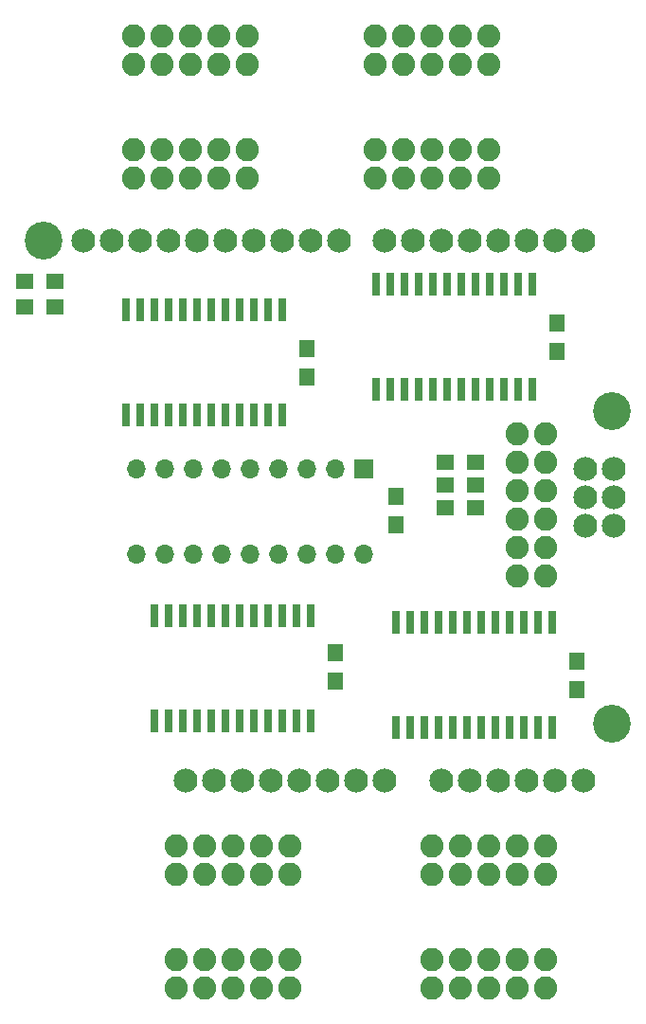
<source format=gts>
G04 #@! TF.FileFunction,Soldermask,Top*
%FSLAX46Y46*%
G04 Gerber Fmt 4.6, Leading zero omitted, Abs format (unit mm)*
G04 Created by KiCad (PCBNEW 4.0.7) date 04/09/18 16:23:24*
%MOMM*%
%LPD*%
G01*
G04 APERTURE LIST*
%ADD10C,0.100000*%
%ADD11R,1.601600X1.401600*%
%ADD12R,1.351600X1.601600*%
%ADD13C,2.082800*%
%ADD14R,0.701600X2.101600*%
%ADD15R,1.701600X1.701600*%
%ADD16O,1.701600X1.701600*%
%ADD17C,2.133600*%
%ADD18C,3.378200*%
G04 APERTURE END LIST*
D10*
D11*
X143590000Y-121539000D03*
X140890000Y-121539000D03*
D12*
X150876000Y-105049000D03*
X150876000Y-107549000D03*
X128524000Y-107335000D03*
X128524000Y-109835000D03*
X131064000Y-134513000D03*
X131064000Y-137013000D03*
X152654000Y-135275000D03*
X152654000Y-137775000D03*
X136525000Y-123043000D03*
X136525000Y-120543000D03*
D13*
X113030000Y-92075000D03*
X113030000Y-89535000D03*
X115570000Y-92075000D03*
X115570000Y-89535000D03*
X118110000Y-92075000D03*
X118110000Y-89535000D03*
X120650000Y-92075000D03*
X120650000Y-89535000D03*
X123190000Y-92075000D03*
X123190000Y-89535000D03*
X113030000Y-81915000D03*
X113030000Y-79375000D03*
X115570000Y-81915000D03*
X115570000Y-79375000D03*
X118110000Y-81915000D03*
X118110000Y-79375000D03*
X120650000Y-81915000D03*
X120650000Y-79375000D03*
X123190000Y-81915000D03*
X123190000Y-79375000D03*
X134620000Y-81915000D03*
X134620000Y-79375000D03*
X137160000Y-81915000D03*
X137160000Y-79375000D03*
X139700000Y-81915000D03*
X139700000Y-79375000D03*
X142240000Y-81915000D03*
X142240000Y-79375000D03*
X144780000Y-81915000D03*
X144780000Y-79375000D03*
X134620000Y-92075000D03*
X134620000Y-89535000D03*
X137160000Y-92075000D03*
X137160000Y-89535000D03*
X139700000Y-92075000D03*
X139700000Y-89535000D03*
X142240000Y-92075000D03*
X142240000Y-89535000D03*
X144780000Y-92075000D03*
X144780000Y-89535000D03*
X127000000Y-161925000D03*
X127000000Y-164465000D03*
X124460000Y-161925000D03*
X124460000Y-164465000D03*
X121920000Y-161925000D03*
X121920000Y-164465000D03*
X119380000Y-161925000D03*
X119380000Y-164465000D03*
X116840000Y-161925000D03*
X116840000Y-164465000D03*
X127000000Y-151765000D03*
X127000000Y-154305000D03*
X124460000Y-151765000D03*
X124460000Y-154305000D03*
X121920000Y-151765000D03*
X121920000Y-154305000D03*
X119380000Y-151765000D03*
X119380000Y-154305000D03*
X116840000Y-151765000D03*
X116840000Y-154305000D03*
X149860000Y-161925000D03*
X149860000Y-164465000D03*
X147320000Y-161925000D03*
X147320000Y-164465000D03*
X144780000Y-161925000D03*
X144780000Y-164465000D03*
X142240000Y-161925000D03*
X142240000Y-164465000D03*
X139700000Y-161925000D03*
X139700000Y-164465000D03*
X149860000Y-151765000D03*
X149860000Y-154305000D03*
X147320000Y-151765000D03*
X147320000Y-154305000D03*
X144780000Y-151765000D03*
X144780000Y-154305000D03*
X142240000Y-151765000D03*
X142240000Y-154305000D03*
X139700000Y-151765000D03*
X139700000Y-154305000D03*
X149860000Y-127635000D03*
X147320000Y-127635000D03*
X149860000Y-125095000D03*
X147320000Y-125095000D03*
X149860000Y-122555000D03*
X147320000Y-122555000D03*
X149860000Y-120015000D03*
X147320000Y-120015000D03*
X149860000Y-117475000D03*
X147320000Y-117475000D03*
X149860000Y-114935000D03*
X147320000Y-114935000D03*
D11*
X103298000Y-101346000D03*
X105998000Y-101346000D03*
X103298000Y-103632000D03*
X105998000Y-103632000D03*
X143590000Y-117475000D03*
X140890000Y-117475000D03*
X143590000Y-119507000D03*
X140890000Y-119507000D03*
D14*
X126365000Y-103885000D03*
X125095000Y-103885000D03*
X123825000Y-103885000D03*
X122555000Y-103885000D03*
X121285000Y-103885000D03*
X120015000Y-103885000D03*
X118745000Y-103885000D03*
X117475000Y-103885000D03*
X116205000Y-103885000D03*
X114935000Y-103885000D03*
X113665000Y-103885000D03*
X112395000Y-103885000D03*
X112395000Y-113285000D03*
X113665000Y-113285000D03*
X114935000Y-113285000D03*
X116205000Y-113285000D03*
X117475000Y-113285000D03*
X118745000Y-113285000D03*
X120015000Y-113285000D03*
X121285000Y-113285000D03*
X122555000Y-113285000D03*
X123825000Y-113285000D03*
X125095000Y-113285000D03*
X126365000Y-113285000D03*
X148717000Y-101599000D03*
X147447000Y-101599000D03*
X146177000Y-101599000D03*
X144907000Y-101599000D03*
X143637000Y-101599000D03*
X142367000Y-101599000D03*
X141097000Y-101599000D03*
X139827000Y-101599000D03*
X138557000Y-101599000D03*
X137287000Y-101599000D03*
X136017000Y-101599000D03*
X134747000Y-101599000D03*
X134747000Y-110999000D03*
X136017000Y-110999000D03*
X137287000Y-110999000D03*
X138557000Y-110999000D03*
X139827000Y-110999000D03*
X141097000Y-110999000D03*
X142367000Y-110999000D03*
X143637000Y-110999000D03*
X144907000Y-110999000D03*
X146177000Y-110999000D03*
X147447000Y-110999000D03*
X148717000Y-110999000D03*
X128905000Y-131190000D03*
X127635000Y-131190000D03*
X126365000Y-131190000D03*
X125095000Y-131190000D03*
X123825000Y-131190000D03*
X122555000Y-131190000D03*
X121285000Y-131190000D03*
X120015000Y-131190000D03*
X118745000Y-131190000D03*
X117475000Y-131190000D03*
X116205000Y-131190000D03*
X114935000Y-131190000D03*
X114935000Y-140590000D03*
X116205000Y-140590000D03*
X117475000Y-140590000D03*
X118745000Y-140590000D03*
X120015000Y-140590000D03*
X121285000Y-140590000D03*
X122555000Y-140590000D03*
X123825000Y-140590000D03*
X125095000Y-140590000D03*
X126365000Y-140590000D03*
X127635000Y-140590000D03*
X128905000Y-140590000D03*
X150495000Y-131825000D03*
X149225000Y-131825000D03*
X147955000Y-131825000D03*
X146685000Y-131825000D03*
X145415000Y-131825000D03*
X144145000Y-131825000D03*
X142875000Y-131825000D03*
X141605000Y-131825000D03*
X140335000Y-131825000D03*
X139065000Y-131825000D03*
X137795000Y-131825000D03*
X136525000Y-131825000D03*
X136525000Y-141225000D03*
X137795000Y-141225000D03*
X139065000Y-141225000D03*
X140335000Y-141225000D03*
X141605000Y-141225000D03*
X142875000Y-141225000D03*
X144145000Y-141225000D03*
X145415000Y-141225000D03*
X146685000Y-141225000D03*
X147955000Y-141225000D03*
X149225000Y-141225000D03*
X150495000Y-141225000D03*
D15*
X133604000Y-118110000D03*
D16*
X113284000Y-125730000D03*
X131064000Y-118110000D03*
X115824000Y-125730000D03*
X128524000Y-118110000D03*
X118364000Y-125730000D03*
X125984000Y-118110000D03*
X120904000Y-125730000D03*
X123444000Y-118110000D03*
X123444000Y-125730000D03*
X120904000Y-118110000D03*
X125984000Y-125730000D03*
X118364000Y-118110000D03*
X128524000Y-125730000D03*
X115824000Y-118110000D03*
X131064000Y-125730000D03*
X113284000Y-118110000D03*
X133604000Y-125730000D03*
D17*
X125349000Y-145923000D03*
X127889000Y-145923000D03*
X140589000Y-145923000D03*
X143129000Y-145923000D03*
X145669000Y-145923000D03*
X148209000Y-145923000D03*
X150749000Y-145923000D03*
X153289000Y-145923000D03*
X113665000Y-97663000D03*
X153289000Y-97663000D03*
X150749000Y-97663000D03*
X148209000Y-97663000D03*
X145669000Y-97663000D03*
X143129000Y-97663000D03*
X140589000Y-97663000D03*
X138049000Y-97663000D03*
X135509000Y-97663000D03*
X131445000Y-97663000D03*
X128905000Y-97663000D03*
X126365000Y-97663000D03*
X123825000Y-97663000D03*
X121285000Y-97663000D03*
X118745000Y-97663000D03*
X130429000Y-145923000D03*
X132969000Y-145923000D03*
X116205000Y-97663000D03*
X155968700Y-123111260D03*
X120269000Y-145923000D03*
X153428700Y-118033800D03*
X155968700Y-120573800D03*
X117729000Y-145923000D03*
X122809000Y-145923000D03*
X153428700Y-123111260D03*
X153428700Y-120573800D03*
X108585000Y-97663000D03*
X111125000Y-97663000D03*
X155968700Y-118033800D03*
X135509000Y-145923000D03*
D18*
X105029000Y-97663000D03*
X155829000Y-112903000D03*
X155829000Y-140843000D03*
M02*

</source>
